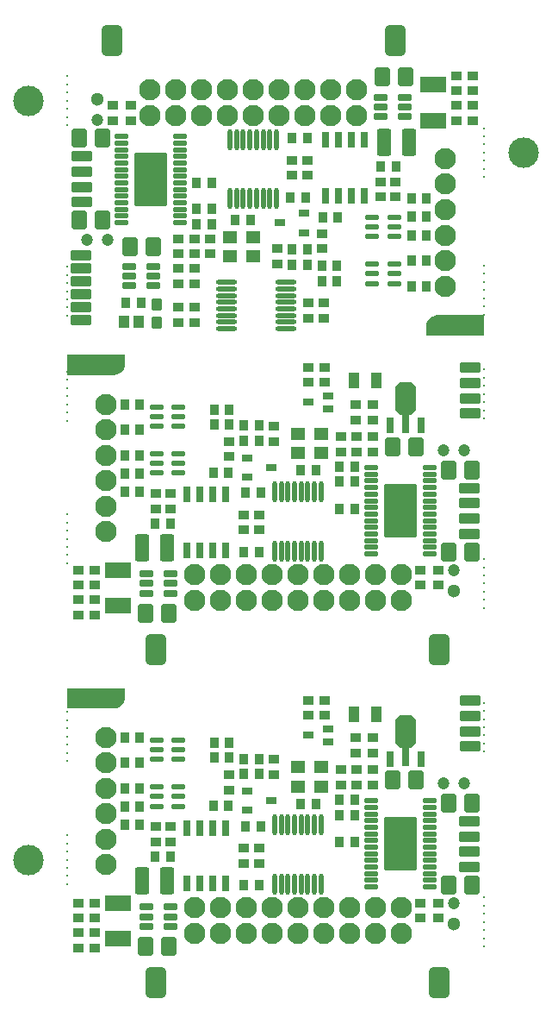
<source format=gts>
G04*
G04 #@! TF.GenerationSoftware,Altium Limited,Altium Designer,25.5.2 (35)*
G04*
G04 Layer_Color=8388736*
%FSLAX44Y44*%
%MOMM*%
G71*
G04*
G04 #@! TF.SameCoordinates,62C8F6CB-47DE-4BB4-89D1-A73908D99D6D*
G04*
G04*
G04 #@! TF.FilePolarity,Negative*
G04*
G01*
G75*
%ADD29R,1.0000X1.5000*%
%ADD43R,1.0061X1.3082*%
%ADD45C,1.2000*%
%ADD48C,0.6000*%
%ADD61C,3.0000*%
G04:AMPARAMS|DCode=62|XSize=3.1mm|YSize=2.1mm|CornerRadius=0.55mm|HoleSize=0mm|Usage=FLASHONLY|Rotation=90.000|XOffset=0mm|YOffset=0mm|HoleType=Round|Shape=RoundedRectangle|*
%AMROUNDEDRECTD62*
21,1,3.1000,1.0000,0,0,90.0*
21,1,2.0000,2.1000,0,0,90.0*
1,1,1.1000,0.5000,1.0000*
1,1,1.1000,0.5000,-1.0000*
1,1,1.1000,-0.5000,-1.0000*
1,1,1.1000,-0.5000,1.0000*
%
%ADD62ROUNDEDRECTD62*%
%ADD63O,0.4500X2.1000*%
G04:AMPARAMS|DCode=64|XSize=0.45mm|YSize=1.35mm|CornerRadius=0.1008mm|HoleSize=0mm|Usage=FLASHONLY|Rotation=270.000|XOffset=0mm|YOffset=0mm|HoleType=Round|Shape=RoundedRectangle|*
%AMROUNDEDRECTD64*
21,1,0.4500,1.1485,0,0,270.0*
21,1,0.2485,1.3500,0,0,270.0*
1,1,0.2015,-0.5743,-0.1243*
1,1,0.2015,-0.5743,0.1243*
1,1,0.2015,0.5743,0.1243*
1,1,0.2015,0.5743,-0.1243*
%
%ADD64ROUNDEDRECTD64*%
G04:AMPARAMS|DCode=65|XSize=1.5mm|YSize=1.8mm|CornerRadius=0.225mm|HoleSize=0mm|Usage=FLASHONLY|Rotation=0.000|XOffset=0mm|YOffset=0mm|HoleType=Round|Shape=RoundedRectangle|*
%AMROUNDEDRECTD65*
21,1,1.5000,1.3500,0,0,0.0*
21,1,1.0500,1.8000,0,0,0.0*
1,1,0.4500,0.5250,-0.6750*
1,1,0.4500,-0.5250,-0.6750*
1,1,0.4500,-0.5250,0.6750*
1,1,0.4500,0.5250,0.6750*
%
%ADD65ROUNDEDRECTD65*%
G04:AMPARAMS|DCode=66|XSize=2mm|YSize=3.3mm|CornerRadius=0mm|HoleSize=0mm|Usage=FLASHONLY|Rotation=180.000|XOffset=0mm|YOffset=0mm|HoleType=Round|Shape=Octagon|*
%AMOCTAGOND66*
4,1,8,0.5000,-1.6500,-0.5000,-1.6500,-1.0000,-1.1500,-1.0000,1.1500,-0.5000,1.6500,0.5000,1.6500,1.0000,1.1500,1.0000,-1.1500,0.5000,-1.6500,0.0*
%
%ADD66OCTAGOND66*%

%ADD67R,0.7000X1.9000*%
G04:AMPARAMS|DCode=68|XSize=0.9mm|YSize=1.1mm|CornerRadius=0.15mm|HoleSize=0mm|Usage=FLASHONLY|Rotation=270.000|XOffset=0mm|YOffset=0mm|HoleType=Round|Shape=RoundedRectangle|*
%AMROUNDEDRECTD68*
21,1,0.9000,0.8000,0,0,270.0*
21,1,0.6000,1.1000,0,0,270.0*
1,1,0.3000,-0.4000,-0.3000*
1,1,0.3000,-0.4000,0.3000*
1,1,0.3000,0.4000,0.3000*
1,1,0.3000,0.4000,-0.3000*
%
%ADD68ROUNDEDRECTD68*%
%ADD69R,1.0000X0.8000*%
G04:AMPARAMS|DCode=70|XSize=1.4mm|YSize=1.2mm|CornerRadius=0.105mm|HoleSize=0mm|Usage=FLASHONLY|Rotation=0.000|XOffset=0mm|YOffset=0mm|HoleType=Round|Shape=RoundedRectangle|*
%AMROUNDEDRECTD70*
21,1,1.4000,0.9900,0,0,0.0*
21,1,1.1900,1.2000,0,0,0.0*
1,1,0.2100,0.5950,-0.4950*
1,1,0.2100,-0.5950,-0.4950*
1,1,0.2100,-0.5950,0.4950*
1,1,0.2100,0.5950,0.4950*
%
%ADD70ROUNDEDRECTD70*%
G04:AMPARAMS|DCode=71|XSize=0.9mm|YSize=1.1mm|CornerRadius=0.15mm|HoleSize=0mm|Usage=FLASHONLY|Rotation=0.000|XOffset=0mm|YOffset=0mm|HoleType=Round|Shape=RoundedRectangle|*
%AMROUNDEDRECTD71*
21,1,0.9000,0.8000,0,0,0.0*
21,1,0.6000,1.1000,0,0,0.0*
1,1,0.3000,0.3000,-0.4000*
1,1,0.3000,-0.3000,-0.4000*
1,1,0.3000,-0.3000,0.4000*
1,1,0.3000,0.3000,0.4000*
%
%ADD71ROUNDEDRECTD71*%
G04:AMPARAMS|DCode=72|XSize=3.2mm|YSize=5.28mm|CornerRadius=0.0965mm|HoleSize=0mm|Usage=FLASHONLY|Rotation=180.000|XOffset=0mm|YOffset=0mm|HoleType=Round|Shape=RoundedRectangle|*
%AMROUNDEDRECTD72*
21,1,3.2000,5.0870,0,0,180.0*
21,1,3.0070,5.2800,0,0,180.0*
1,1,0.1930,-1.5035,2.5435*
1,1,0.1930,1.5035,2.5435*
1,1,0.1930,1.5035,-2.5435*
1,1,0.1930,-1.5035,-2.5435*
%
%ADD72ROUNDEDRECTD72*%
G04:AMPARAMS|DCode=73|XSize=0.7mm|YSize=1.1mm|CornerRadius=0.101mm|HoleSize=0mm|Usage=FLASHONLY|Rotation=90.000|XOffset=0mm|YOffset=0mm|HoleType=Round|Shape=RoundedRectangle|*
%AMROUNDEDRECTD73*
21,1,0.7000,0.8980,0,0,90.0*
21,1,0.4980,1.1000,0,0,90.0*
1,1,0.2020,0.4490,0.2490*
1,1,0.2020,0.4490,-0.2490*
1,1,0.2020,-0.4490,-0.2490*
1,1,0.2020,-0.4490,0.2490*
%
%ADD73ROUNDEDRECTD73*%
G04:AMPARAMS|DCode=74|XSize=0.7mm|YSize=1.55mm|CornerRadius=0.101mm|HoleSize=0mm|Usage=FLASHONLY|Rotation=0.000|XOffset=0mm|YOffset=0mm|HoleType=Round|Shape=RoundedRectangle|*
%AMROUNDEDRECTD74*
21,1,0.7000,1.3480,0,0,0.0*
21,1,0.4980,1.5500,0,0,0.0*
1,1,0.2020,0.2490,-0.6740*
1,1,0.2020,-0.2490,-0.6740*
1,1,0.2020,-0.2490,0.6740*
1,1,0.2020,0.2490,0.6740*
%
%ADD74ROUNDEDRECTD74*%
%ADD75O,1.4500X0.5500*%
G04:AMPARAMS|DCode=76|XSize=0.7mm|YSize=1.3mm|CornerRadius=0.125mm|HoleSize=0mm|Usage=FLASHONLY|Rotation=270.000|XOffset=0mm|YOffset=0mm|HoleType=Round|Shape=RoundedRectangle|*
%AMROUNDEDRECTD76*
21,1,0.7000,1.0500,0,0,270.0*
21,1,0.4500,1.3000,0,0,270.0*
1,1,0.2500,-0.5250,-0.2250*
1,1,0.2500,-0.5250,0.2250*
1,1,0.2500,0.5250,0.2250*
1,1,0.2500,0.5250,-0.2250*
%
%ADD76ROUNDEDRECTD76*%
%ADD77R,2.5000X1.5000*%
G04:AMPARAMS|DCode=78|XSize=1.1mm|YSize=2.1mm|CornerRadius=0.3mm|HoleSize=0mm|Usage=FLASHONLY|Rotation=90.000|XOffset=0mm|YOffset=0mm|HoleType=Round|Shape=RoundedRectangle|*
%AMROUNDEDRECTD78*
21,1,1.1000,1.5000,0,0,90.0*
21,1,0.5000,2.1000,0,0,90.0*
1,1,0.6000,0.7500,0.2500*
1,1,0.6000,0.7500,-0.2500*
1,1,0.6000,-0.7500,-0.2500*
1,1,0.6000,-0.7500,0.2500*
%
%ADD78ROUNDEDRECTD78*%
%ADD79R,0.7000X1.5000*%
G04:AMPARAMS|DCode=80|XSize=1.4mm|YSize=2.64mm|CornerRadius=0.2125mm|HoleSize=0mm|Usage=FLASHONLY|Rotation=0.000|XOffset=0mm|YOffset=0mm|HoleType=Round|Shape=RoundedRectangle|*
%AMROUNDEDRECTD80*
21,1,1.4000,2.2150,0,0,0.0*
21,1,0.9750,2.6400,0,0,0.0*
1,1,0.4250,0.4875,-1.1075*
1,1,0.4250,-0.4875,-1.1075*
1,1,0.4250,-0.4875,1.1075*
1,1,0.4250,0.4875,1.1075*
%
%ADD80ROUNDEDRECTD80*%
%ADD81O,2.1000X0.4500*%
G04:AMPARAMS|DCode=82|XSize=1.5mm|YSize=1.8mm|CornerRadius=0.225mm|HoleSize=0mm|Usage=FLASHONLY|Rotation=360.000|XOffset=0mm|YOffset=0mm|HoleType=Round|Shape=RoundedRectangle|*
%AMROUNDEDRECTD82*
21,1,1.5000,1.3500,0,0,360.0*
21,1,1.0500,1.8000,0,0,360.0*
1,1,0.4500,0.5250,-0.6750*
1,1,0.4500,-0.5250,-0.6750*
1,1,0.4500,-0.5250,0.6750*
1,1,0.4500,0.5250,0.6750*
%
%ADD82ROUNDEDRECTD82*%
G04:AMPARAMS|DCode=83|XSize=1.2mm|YSize=1.1mm|CornerRadius=0.175mm|HoleSize=0mm|Usage=FLASHONLY|Rotation=270.000|XOffset=0mm|YOffset=0mm|HoleType=Round|Shape=RoundedRectangle|*
%AMROUNDEDRECTD83*
21,1,1.2000,0.7500,0,0,270.0*
21,1,0.8500,1.1000,0,0,270.0*
1,1,0.3500,-0.3750,-0.4250*
1,1,0.3500,-0.3750,0.4250*
1,1,0.3500,0.3750,0.4250*
1,1,0.3500,0.3750,-0.4250*
%
%ADD83ROUNDEDRECTD83*%
G04:AMPARAMS|DCode=84|XSize=0.9mm|YSize=1.1mm|CornerRadius=0.15mm|HoleSize=0mm|Usage=FLASHONLY|Rotation=360.000|XOffset=0mm|YOffset=0mm|HoleType=Round|Shape=RoundedRectangle|*
%AMROUNDEDRECTD84*
21,1,0.9000,0.8000,0,0,360.0*
21,1,0.6000,1.1000,0,0,360.0*
1,1,0.3000,0.3000,-0.4000*
1,1,0.3000,-0.3000,-0.4000*
1,1,0.3000,-0.3000,0.4000*
1,1,0.3000,0.3000,0.4000*
%
%ADD84ROUNDEDRECTD84*%
%ADD85C,0.2032*%
%ADD86C,2.1000*%
%ADD87C,1.3000*%
G36*
X547000Y774500D02*
X490000D01*
Y782750D01*
Y783907D01*
X490452Y786177D01*
X491337Y788316D01*
X492623Y790240D01*
X494260Y791877D01*
X496184Y793163D01*
X498323Y794048D01*
X500593Y794500D01*
X547000D01*
Y774500D01*
D02*
G37*
G36*
X194000Y747250D02*
Y746093D01*
X193549Y743823D01*
X192663Y741684D01*
X191377Y739760D01*
X189740Y738123D01*
X187816Y736837D01*
X185677Y735952D01*
X183407Y735500D01*
X137000D01*
Y755500D01*
X194000D01*
Y747250D01*
D02*
G37*
G36*
Y420250D02*
Y419093D01*
X193549Y416823D01*
X192663Y414684D01*
X191377Y412760D01*
X189740Y411123D01*
X187816Y409837D01*
X185677Y408951D01*
X183407Y408500D01*
X137000D01*
Y428500D01*
X194000D01*
Y420250D01*
D02*
G37*
D29*
X419000Y730000D02*
D03*
X441000D02*
D03*
X419000Y403000D02*
D03*
X441000D02*
D03*
D43*
X207261Y788000D02*
D03*
X192739D02*
D03*
D45*
X527000Y662000D02*
D03*
X507000D02*
D03*
X517000Y544000D02*
D03*
X527000Y335000D02*
D03*
X507000D02*
D03*
X517000Y217000D02*
D03*
X167000Y986000D02*
D03*
X177000Y868000D02*
D03*
X157000D02*
D03*
D48*
X475500Y624500D02*
D03*
X453500D02*
D03*
X464500D02*
D03*
Y613500D02*
D03*
X475500D02*
D03*
X453500D02*
D03*
X464500Y602500D02*
D03*
X475500D02*
D03*
X453500D02*
D03*
X464500Y591500D02*
D03*
X475500D02*
D03*
X453500D02*
D03*
Y580500D02*
D03*
X464500D02*
D03*
X475500D02*
D03*
Y297500D02*
D03*
X453500D02*
D03*
X464500D02*
D03*
Y286500D02*
D03*
X475500D02*
D03*
X453500D02*
D03*
X464500Y275500D02*
D03*
X475500D02*
D03*
X453500D02*
D03*
X464500Y264500D02*
D03*
X475500D02*
D03*
X453500D02*
D03*
Y253500D02*
D03*
X464500D02*
D03*
X475500D02*
D03*
X208500Y916500D02*
D03*
X230500Y905500D02*
D03*
X219500D02*
D03*
X208500D02*
D03*
X219500Y916500D02*
D03*
X230500D02*
D03*
X219500Y927500D02*
D03*
X208500D02*
D03*
X230500D02*
D03*
Y938500D02*
D03*
X208500D02*
D03*
X219500D02*
D03*
Y949500D02*
D03*
X208500D02*
D03*
X230500D02*
D03*
D61*
X99000Y1005000D02*
D03*
X586000Y954000D02*
D03*
X99000Y260000D02*
D03*
D62*
X224000Y466000D02*
D03*
X503000D02*
D03*
X224000Y139000D02*
D03*
X503000D02*
D03*
X460000Y1064000D02*
D03*
X181000D02*
D03*
D63*
X341250Y563000D02*
D03*
X347750D02*
D03*
X367250D02*
D03*
X373750D02*
D03*
X380250D02*
D03*
X386750D02*
D03*
X347750Y621000D02*
D03*
X354250D02*
D03*
X373750D02*
D03*
X380250D02*
D03*
X341250D02*
D03*
X360750D02*
D03*
X354250Y563000D02*
D03*
X360750D02*
D03*
X367250Y621000D02*
D03*
X386750D02*
D03*
X341250Y236000D02*
D03*
X347750D02*
D03*
X367250D02*
D03*
X373750D02*
D03*
X380250D02*
D03*
X386750D02*
D03*
X347750Y294000D02*
D03*
X354250D02*
D03*
X373750D02*
D03*
X380250D02*
D03*
X341250D02*
D03*
X360750D02*
D03*
X354250Y236000D02*
D03*
X360750D02*
D03*
X367250Y294000D02*
D03*
X386750D02*
D03*
X297250Y909000D02*
D03*
X316750D02*
D03*
X323250Y967000D02*
D03*
X329750D02*
D03*
X323250Y909000D02*
D03*
X342750D02*
D03*
X303750D02*
D03*
X310250D02*
D03*
X329750D02*
D03*
X336250D02*
D03*
X297250Y967000D02*
D03*
X303750D02*
D03*
X310250D02*
D03*
X316750D02*
D03*
X336250D02*
D03*
X342750D02*
D03*
D64*
X493250Y644750D02*
D03*
X435750Y560250D02*
D03*
Y579750D02*
D03*
Y573250D02*
D03*
Y599250D02*
D03*
Y586250D02*
D03*
X493250Y625250D02*
D03*
Y579750D02*
D03*
X435750Y612250D02*
D03*
Y644750D02*
D03*
Y638250D02*
D03*
Y631750D02*
D03*
Y625250D02*
D03*
Y618750D02*
D03*
Y605750D02*
D03*
Y592750D02*
D03*
Y566750D02*
D03*
X493250Y638250D02*
D03*
Y631750D02*
D03*
Y618750D02*
D03*
Y612250D02*
D03*
Y605750D02*
D03*
Y599250D02*
D03*
Y592750D02*
D03*
Y586250D02*
D03*
Y573250D02*
D03*
Y566750D02*
D03*
Y560250D02*
D03*
Y317750D02*
D03*
X435750Y233250D02*
D03*
Y252750D02*
D03*
Y246250D02*
D03*
Y272250D02*
D03*
Y259250D02*
D03*
X493250Y298250D02*
D03*
Y252750D02*
D03*
X435750Y285250D02*
D03*
Y317750D02*
D03*
Y311250D02*
D03*
Y304750D02*
D03*
Y298250D02*
D03*
Y291750D02*
D03*
Y278750D02*
D03*
Y265750D02*
D03*
Y239750D02*
D03*
X493250Y311250D02*
D03*
Y304750D02*
D03*
Y291750D02*
D03*
Y285250D02*
D03*
Y278750D02*
D03*
Y272250D02*
D03*
Y265750D02*
D03*
Y259250D02*
D03*
Y246250D02*
D03*
Y239750D02*
D03*
Y233250D02*
D03*
X190750Y885250D02*
D03*
X248250Y969750D02*
D03*
Y917750D02*
D03*
X190750Y950250D02*
D03*
Y904750D02*
D03*
X248250Y885250D02*
D03*
Y891750D02*
D03*
Y898250D02*
D03*
Y904750D02*
D03*
Y911250D02*
D03*
Y924250D02*
D03*
Y930750D02*
D03*
Y937250D02*
D03*
Y943750D02*
D03*
Y950250D02*
D03*
Y956750D02*
D03*
Y963250D02*
D03*
X190750Y891750D02*
D03*
Y898250D02*
D03*
Y911250D02*
D03*
Y917750D02*
D03*
Y924250D02*
D03*
Y930750D02*
D03*
Y937250D02*
D03*
Y943750D02*
D03*
Y956750D02*
D03*
Y963250D02*
D03*
Y969750D02*
D03*
D65*
X534680Y642500D02*
D03*
X457570Y665000D02*
D03*
X535430Y562000D02*
D03*
X214570Y502000D02*
D03*
X480430Y665000D02*
D03*
X511820Y642500D02*
D03*
X512570Y562000D02*
D03*
X237430Y502000D02*
D03*
X534680Y315500D02*
D03*
X457570Y338000D02*
D03*
X535430Y235000D02*
D03*
X214570Y175000D02*
D03*
X480430Y338000D02*
D03*
X511820Y315500D02*
D03*
X512570Y235000D02*
D03*
X237430Y175000D02*
D03*
X149320Y887500D02*
D03*
X148570Y968000D02*
D03*
X172180Y887500D02*
D03*
X171430Y968000D02*
D03*
D66*
X470000Y713000D02*
D03*
Y386000D02*
D03*
D67*
Y688000D02*
D03*
Y361000D02*
D03*
D68*
X438000Y706500D02*
D03*
X421000Y706500D02*
D03*
X374000Y728500D02*
D03*
X422000Y675500D02*
D03*
X438000D02*
D03*
X406000Y660500D02*
D03*
X340000Y670500D02*
D03*
X239000Y619500D02*
D03*
X224000Y619500D02*
D03*
X326000Y583500D02*
D03*
X311000D02*
D03*
X164000Y529500D02*
D03*
X148000Y529500D02*
D03*
X164000Y500500D02*
D03*
X421000Y691500D02*
D03*
X438000Y691500D02*
D03*
X390000Y728500D02*
D03*
Y743500D02*
D03*
X374000D02*
D03*
X484000Y529500D02*
D03*
X296000Y655500D02*
D03*
X438000Y660500D02*
D03*
X502000Y529500D02*
D03*
X484000Y544500D02*
D03*
X422000Y660500D02*
D03*
X502000Y544500D02*
D03*
X340000Y685500D02*
D03*
X296000Y670500D02*
D03*
X326000Y598500D02*
D03*
X311000D02*
D03*
X239000Y604500D02*
D03*
X224000Y604500D02*
D03*
X164000Y544500D02*
D03*
X148000Y544500D02*
D03*
Y500500D02*
D03*
X406000Y675500D02*
D03*
X164000Y515500D02*
D03*
X148000Y515500D02*
D03*
X438000Y379500D02*
D03*
X421000Y379500D02*
D03*
X374000Y401500D02*
D03*
X422000Y348500D02*
D03*
X438000D02*
D03*
X406000Y333500D02*
D03*
X340000Y343500D02*
D03*
X239000Y292500D02*
D03*
X224000Y292500D02*
D03*
X326000Y256500D02*
D03*
X311000D02*
D03*
X164000Y202500D02*
D03*
X148000Y202500D02*
D03*
X164000Y173500D02*
D03*
X421000Y364500D02*
D03*
X438000Y364500D02*
D03*
X390000Y401500D02*
D03*
Y416500D02*
D03*
X374000D02*
D03*
X484000Y202500D02*
D03*
X296000Y328500D02*
D03*
X438000Y333500D02*
D03*
X502000Y202500D02*
D03*
X484000Y217500D02*
D03*
X422000Y333500D02*
D03*
X502000Y217500D02*
D03*
X340000Y358500D02*
D03*
X296000Y343500D02*
D03*
X326000Y271500D02*
D03*
X311000D02*
D03*
X239000Y277500D02*
D03*
X224000Y277500D02*
D03*
X164000Y217500D02*
D03*
X148000Y217500D02*
D03*
Y173500D02*
D03*
X406000Y348500D02*
D03*
X164000Y188500D02*
D03*
X148000Y188500D02*
D03*
X246000Y825500D02*
D03*
Y802500D02*
D03*
X262000Y854500D02*
D03*
Y802500D02*
D03*
X246000Y854500D02*
D03*
X278000Y869500D02*
D03*
X344000Y859500D02*
D03*
X389000Y791500D02*
D03*
X374000D02*
D03*
X358000Y946500D02*
D03*
X373000D02*
D03*
X445000Y910500D02*
D03*
X460000Y910500D02*
D03*
X520000Y1000500D02*
D03*
X536000Y1000500D02*
D03*
X520000Y1029500D02*
D03*
X388000Y874500D02*
D03*
X262000Y840500D02*
D03*
X246000Y840500D02*
D03*
Y787500D02*
D03*
X262000Y825500D02*
D03*
Y787500D02*
D03*
X200000Y1000500D02*
D03*
X246000Y869500D02*
D03*
X182000Y1000500D02*
D03*
X200000Y985500D02*
D03*
X262000Y869500D02*
D03*
X182000Y985500D02*
D03*
X374000Y806500D02*
D03*
X344000Y844500D02*
D03*
X388000Y859500D02*
D03*
X358000Y931500D02*
D03*
X373000D02*
D03*
X389000Y806500D02*
D03*
X445000Y925500D02*
D03*
X460000Y925500D02*
D03*
X520000Y985500D02*
D03*
X536000Y985500D02*
D03*
Y1029500D02*
D03*
X278000Y854500D02*
D03*
X520000Y1014500D02*
D03*
X536000Y1014500D02*
D03*
D69*
X393500Y702500D02*
D03*
Y715500D02*
D03*
X374500Y709000D02*
D03*
X393500Y375500D02*
D03*
Y388500D02*
D03*
X374500Y382000D02*
D03*
D70*
X364000Y678000D02*
D03*
X387000Y659000D02*
D03*
Y678000D02*
D03*
X364000Y659000D02*
D03*
Y351000D02*
D03*
X387000Y332000D02*
D03*
Y351000D02*
D03*
X364000Y332000D02*
D03*
X297000Y871000D02*
D03*
X320000Y852000D02*
D03*
X297000D02*
D03*
X320000Y871000D02*
D03*
D71*
X381500Y642000D02*
D03*
X325500Y671000D02*
D03*
X281500Y702000D02*
D03*
X281500Y687000D02*
D03*
X327500Y620000D02*
D03*
X280750Y640000D02*
D03*
X326000Y562000D02*
D03*
X295750Y640000D02*
D03*
X193500Y621000D02*
D03*
X419500Y646000D02*
D03*
X419500Y631000D02*
D03*
X404500D02*
D03*
X419500Y604000D02*
D03*
X296500Y687000D02*
D03*
X296500Y702000D02*
D03*
X404500Y604000D02*
D03*
X325500Y686000D02*
D03*
X366500Y642000D02*
D03*
X404500Y646000D02*
D03*
X208500Y657000D02*
D03*
Y639000D02*
D03*
Y682000D02*
D03*
Y707000D02*
D03*
X310500Y686000D02*
D03*
Y671000D02*
D03*
X223500Y590000D02*
D03*
X238500D02*
D03*
X193500Y639000D02*
D03*
Y657000D02*
D03*
Y707000D02*
D03*
Y682000D02*
D03*
X208500Y621000D02*
D03*
X311000Y562000D02*
D03*
X312500Y620000D02*
D03*
X381500Y315000D02*
D03*
X325500Y344000D02*
D03*
X281500Y375000D02*
D03*
X281500Y360000D02*
D03*
X327500Y293000D02*
D03*
X280750Y313000D02*
D03*
X326000Y235000D02*
D03*
X295750Y313000D02*
D03*
X193500Y294000D02*
D03*
X419500Y319000D02*
D03*
X419500Y304000D02*
D03*
X404500D02*
D03*
X419500Y277000D02*
D03*
X296500Y360000D02*
D03*
X296500Y375000D02*
D03*
X404500Y277000D02*
D03*
X325500Y359000D02*
D03*
X366500Y315000D02*
D03*
X404500Y319000D02*
D03*
X208500Y330000D02*
D03*
Y312000D02*
D03*
Y355000D02*
D03*
Y380000D02*
D03*
X310500Y359000D02*
D03*
Y344000D02*
D03*
X223500Y263000D02*
D03*
X238500D02*
D03*
X193500Y312000D02*
D03*
Y330000D02*
D03*
Y380000D02*
D03*
Y355000D02*
D03*
X208500Y294000D02*
D03*
X311000Y235000D02*
D03*
X312500Y293000D02*
D03*
X302500Y888000D02*
D03*
X358500Y859000D02*
D03*
X402500Y828000D02*
D03*
X209500Y807000D02*
D03*
X194500D02*
D03*
X264500Y899000D02*
D03*
X279500D02*
D03*
X264500Y924000D02*
D03*
X387500Y828000D02*
D03*
X279500Y924000D02*
D03*
X358500Y844000D02*
D03*
X317500Y888000D02*
D03*
X373500Y844000D02*
D03*
Y859000D02*
D03*
X460500Y940000D02*
D03*
X445500D02*
D03*
D72*
X464500Y602500D02*
D03*
Y275500D02*
D03*
X219500Y927500D02*
D03*
D73*
X338000Y645000D02*
D03*
X314000Y654500D02*
D03*
Y635500D02*
D03*
X338000Y318000D02*
D03*
X314000Y327500D02*
D03*
Y308500D02*
D03*
X346000Y885000D02*
D03*
X370000Y875500D02*
D03*
Y894500D02*
D03*
D74*
X280350Y618250D02*
D03*
X254950Y563750D02*
D03*
X267650D02*
D03*
X280350D02*
D03*
X293050D02*
D03*
X254950Y618250D02*
D03*
X293050D02*
D03*
X267650D02*
D03*
X280350Y291250D02*
D03*
X254950Y236750D02*
D03*
X267650D02*
D03*
X280350D02*
D03*
X293050D02*
D03*
X254950Y291250D02*
D03*
X293050D02*
D03*
X267650D02*
D03*
X403650Y911750D02*
D03*
X429050Y966250D02*
D03*
X416350D02*
D03*
X403650D02*
D03*
X390950D02*
D03*
X429050Y911750D02*
D03*
X390950D02*
D03*
X416350D02*
D03*
D75*
X225250Y695000D02*
D03*
Y649000D02*
D03*
X246750Y695000D02*
D03*
Y649000D02*
D03*
X225250Y639500D02*
D03*
Y658500D02*
D03*
X246750Y639500D02*
D03*
X246750Y658500D02*
D03*
X246750Y685500D02*
D03*
X225250D02*
D03*
X246750Y704500D02*
D03*
X225250D02*
D03*
X225250Y368000D02*
D03*
Y322000D02*
D03*
X246750Y368000D02*
D03*
Y322000D02*
D03*
X225250Y312500D02*
D03*
Y331500D02*
D03*
X246750Y312500D02*
D03*
X246750Y331500D02*
D03*
X246750Y358500D02*
D03*
X225250D02*
D03*
X246750Y377500D02*
D03*
X225250D02*
D03*
X458750Y835000D02*
D03*
Y881000D02*
D03*
X437250Y835000D02*
D03*
Y881000D02*
D03*
X458750Y890500D02*
D03*
Y871500D02*
D03*
X437250Y890500D02*
D03*
X437250Y871500D02*
D03*
X437250Y844500D02*
D03*
X458750D02*
D03*
X437250Y825500D02*
D03*
X458750D02*
D03*
D76*
X215000Y531000D02*
D03*
X239000D02*
D03*
Y521500D02*
D03*
Y540500D02*
D03*
X215000Y521500D02*
D03*
Y540500D02*
D03*
Y204000D02*
D03*
X239000D02*
D03*
Y194500D02*
D03*
Y213500D02*
D03*
X215000Y194500D02*
D03*
Y213500D02*
D03*
X222000Y833000D02*
D03*
X469000Y999000D02*
D03*
X198000Y823500D02*
D03*
Y833000D02*
D03*
Y842500D02*
D03*
X222000D02*
D03*
Y823500D02*
D03*
X445000Y999000D02*
D03*
Y1008500D02*
D03*
Y989500D02*
D03*
X469000Y1008500D02*
D03*
Y989500D02*
D03*
D77*
X187000Y509500D02*
D03*
Y544500D02*
D03*
Y182500D02*
D03*
Y217500D02*
D03*
X497000Y1020500D02*
D03*
Y985500D02*
D03*
D78*
X533000Y728000D02*
D03*
Y743000D02*
D03*
Y713000D02*
D03*
Y698000D02*
D03*
X532500Y609750D02*
D03*
Y594750D02*
D03*
Y624750D02*
D03*
Y579750D02*
D03*
X533000Y401000D02*
D03*
Y416000D02*
D03*
Y386000D02*
D03*
Y371000D02*
D03*
X532500Y282750D02*
D03*
Y267750D02*
D03*
Y297750D02*
D03*
Y252750D02*
D03*
X151500Y920250D02*
D03*
Y935250D02*
D03*
Y905250D02*
D03*
Y950250D02*
D03*
X151000Y802100D02*
D03*
Y814800D02*
D03*
Y852900D02*
D03*
Y789400D02*
D03*
Y840200D02*
D03*
Y827500D02*
D03*
D79*
X455000Y686000D02*
D03*
X485000D02*
D03*
X455000Y359000D02*
D03*
X485000D02*
D03*
D80*
X210500Y566000D02*
D03*
X235500D02*
D03*
X210500Y239000D02*
D03*
X235500D02*
D03*
X473500Y964000D02*
D03*
X448500D02*
D03*
D81*
X352000Y807250D02*
D03*
Y826750D02*
D03*
X294000Y800750D02*
D03*
Y807250D02*
D03*
Y826750D02*
D03*
Y794250D02*
D03*
Y820250D02*
D03*
Y813750D02*
D03*
X352000Y820250D02*
D03*
Y813750D02*
D03*
Y794250D02*
D03*
Y787750D02*
D03*
Y781250D02*
D03*
Y800750D02*
D03*
X294000Y787750D02*
D03*
Y781250D02*
D03*
D82*
X221430Y862000D02*
D03*
X469430Y1028000D02*
D03*
X198570Y862000D02*
D03*
X446570Y1028000D02*
D03*
D83*
X225000Y804500D02*
D03*
Y787500D02*
D03*
D84*
X403250Y890000D02*
D03*
X356500Y910000D02*
D03*
X402500Y843000D02*
D03*
X358000Y968000D02*
D03*
X388250Y890000D02*
D03*
X490500Y909000D02*
D03*
X264500Y884000D02*
D03*
X387500Y843000D02*
D03*
X279500Y884000D02*
D03*
X475500Y873000D02*
D03*
Y891000D02*
D03*
Y848000D02*
D03*
Y823000D02*
D03*
X490500Y891000D02*
D03*
Y873000D02*
D03*
Y823000D02*
D03*
Y848000D02*
D03*
X475500Y909000D02*
D03*
X373000Y968000D02*
D03*
X371500Y910000D02*
D03*
D85*
X137000Y236000D02*
D03*
Y244000D02*
D03*
Y252000D02*
D03*
Y284000D02*
D03*
Y276000D02*
D03*
Y268000D02*
D03*
Y260000D02*
D03*
Y357000D02*
D03*
Y365000D02*
D03*
Y373000D02*
D03*
Y405000D02*
D03*
Y397000D02*
D03*
Y389000D02*
D03*
Y381000D02*
D03*
X547000Y414000D02*
D03*
Y406000D02*
D03*
Y398000D02*
D03*
Y366000D02*
D03*
Y374000D02*
D03*
Y382000D02*
D03*
Y390000D02*
D03*
Y223000D02*
D03*
Y215000D02*
D03*
Y207000D02*
D03*
Y175000D02*
D03*
Y183000D02*
D03*
Y191000D02*
D03*
Y199000D02*
D03*
Y555000D02*
D03*
Y547000D02*
D03*
Y539000D02*
D03*
Y507000D02*
D03*
Y515000D02*
D03*
Y523000D02*
D03*
Y531000D02*
D03*
Y741000D02*
D03*
Y733000D02*
D03*
Y725000D02*
D03*
Y693000D02*
D03*
Y701000D02*
D03*
Y709000D02*
D03*
Y717000D02*
D03*
X137000Y691000D02*
D03*
Y699000D02*
D03*
Y707000D02*
D03*
Y739000D02*
D03*
Y731000D02*
D03*
Y723000D02*
D03*
Y715000D02*
D03*
Y551000D02*
D03*
Y559000D02*
D03*
Y567000D02*
D03*
Y599000D02*
D03*
Y591000D02*
D03*
Y583000D02*
D03*
Y575000D02*
D03*
Y818000D02*
D03*
Y826000D02*
D03*
Y834000D02*
D03*
Y842000D02*
D03*
Y810000D02*
D03*
Y802000D02*
D03*
Y794000D02*
D03*
X547000Y843000D02*
D03*
Y835000D02*
D03*
Y827000D02*
D03*
Y795000D02*
D03*
Y803000D02*
D03*
Y811000D02*
D03*
Y819000D02*
D03*
Y954000D02*
D03*
Y946000D02*
D03*
Y938000D02*
D03*
Y930000D02*
D03*
Y962000D02*
D03*
Y970000D02*
D03*
Y978000D02*
D03*
X137000Y981000D02*
D03*
Y989000D02*
D03*
Y997000D02*
D03*
Y1029000D02*
D03*
Y1021000D02*
D03*
Y1013000D02*
D03*
Y1005000D02*
D03*
D86*
X465200Y540000D02*
D03*
Y514600D02*
D03*
X439800Y540000D02*
D03*
Y514600D02*
D03*
X414400Y540000D02*
D03*
Y514600D02*
D03*
X389000Y540000D02*
D03*
Y514600D02*
D03*
X363600Y540000D02*
D03*
Y514600D02*
D03*
X338200Y540000D02*
D03*
Y514600D02*
D03*
X312800Y540000D02*
D03*
Y514600D02*
D03*
X287400Y540000D02*
D03*
Y514600D02*
D03*
X262000Y540000D02*
D03*
Y514600D02*
D03*
X175000Y582000D02*
D03*
Y707000D02*
D03*
Y682000D02*
D03*
Y657000D02*
D03*
Y632000D02*
D03*
Y607000D02*
D03*
X465200Y213000D02*
D03*
Y187600D02*
D03*
X439800Y213000D02*
D03*
Y187600D02*
D03*
X414400Y213000D02*
D03*
Y187600D02*
D03*
X389000Y213000D02*
D03*
Y187600D02*
D03*
X363600Y213000D02*
D03*
Y187600D02*
D03*
X338200Y213000D02*
D03*
Y187600D02*
D03*
X312800Y213000D02*
D03*
Y187600D02*
D03*
X287400Y213000D02*
D03*
Y187600D02*
D03*
X262000Y213000D02*
D03*
Y187600D02*
D03*
X175000Y255000D02*
D03*
Y380000D02*
D03*
Y355000D02*
D03*
Y330000D02*
D03*
Y305000D02*
D03*
Y280000D02*
D03*
X218800Y990000D02*
D03*
Y1015400D02*
D03*
X244200Y990000D02*
D03*
Y1015400D02*
D03*
X269600Y990000D02*
D03*
Y1015400D02*
D03*
X295000Y990000D02*
D03*
Y1015400D02*
D03*
X320400Y990000D02*
D03*
Y1015400D02*
D03*
X345800Y990000D02*
D03*
Y1015400D02*
D03*
X371200Y990000D02*
D03*
Y1015400D02*
D03*
X396600Y990000D02*
D03*
Y1015400D02*
D03*
X422000Y990000D02*
D03*
Y1015400D02*
D03*
X509000Y948000D02*
D03*
Y823000D02*
D03*
Y848000D02*
D03*
Y873000D02*
D03*
Y898000D02*
D03*
Y923000D02*
D03*
D87*
X517000Y524000D02*
D03*
Y197000D02*
D03*
X167000Y1006000D02*
D03*
M02*

</source>
